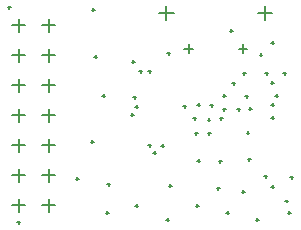
<source format=gbr>
%TF.GenerationSoftware,Altium Limited,Altium Designer,21.2.2 (38)*%
G04 Layer_Color=128*
%FSLAX45Y45*%
%MOMM*%
%TF.SameCoordinates,9B882A86-BDC0-4CB1-B03D-B9E00FC7DE04*%
%TF.FilePolarity,Positive*%
%TF.FileFunction,Drillmap*%
%TF.Part,Single*%
G01*
G75*
%TA.AperFunction,NonConductor*%
%ADD83C,0.12700*%
D83*
X2225000Y1860000D02*
X2345000D01*
X2285000Y1800000D02*
Y1920000D01*
X1390000Y1860000D02*
X1510000D01*
X1450000Y1800000D02*
Y1920000D01*
X2060000Y1560000D02*
X2135000D01*
X2097500Y1522500D02*
Y1597500D01*
X1600000Y1560000D02*
X1675000D01*
X1637500Y1522500D02*
Y1597500D01*
X145000Y1760000D02*
X255000D01*
X200000Y1705000D02*
Y1815000D01*
X145000Y1506000D02*
X255000D01*
X200000Y1451000D02*
Y1561000D01*
X145000Y1252000D02*
X255000D01*
X200000Y1197000D02*
Y1307000D01*
X145000Y998000D02*
X255000D01*
X200000Y943000D02*
Y1053000D01*
X145000Y744000D02*
X255000D01*
X200000Y689000D02*
Y799000D01*
X145000Y490000D02*
X255000D01*
X200000Y435000D02*
Y545000D01*
X145000Y236000D02*
X255000D01*
X200000Y181000D02*
Y291000D01*
X399000Y1760000D02*
X509000D01*
X454000Y1705000D02*
Y1815000D01*
X399000Y1506000D02*
X509000D01*
X454000Y1451000D02*
Y1561000D01*
X399000Y1252000D02*
X509000D01*
X454000Y1197000D02*
Y1307000D01*
X399000Y998000D02*
X509000D01*
X454000Y943000D02*
Y1053000D01*
X399000Y744000D02*
X509000D01*
X454000Y689000D02*
Y799000D01*
X399000Y490000D02*
X509000D01*
X454000Y435000D02*
Y545000D01*
X399000Y236000D02*
X509000D01*
X454000Y181000D02*
Y291000D01*
X2437500Y1350000D02*
X2462500D01*
X2450000Y1337500D02*
Y1362500D01*
X2497500Y470000D02*
X2522500D01*
X2510000Y457500D02*
Y482500D01*
X187500Y90000D02*
X212500D01*
X200000Y77500D02*
Y102500D01*
X2287500Y1350000D02*
X2312500D01*
X2300000Y1337500D02*
Y1362500D01*
X2337500Y1610000D02*
X2362500D01*
X2350000Y1597500D02*
Y1622500D01*
X2097500Y1350000D02*
X2122500D01*
X2110000Y1337500D02*
Y1362500D01*
X1987500Y1710000D02*
X2012500D01*
X2000000Y1697500D02*
Y1722500D01*
X2335000Y1270395D02*
X2360000D01*
X2347500Y1257895D02*
Y1282895D01*
X682500Y460000D02*
X707500D01*
X695000Y447500D02*
Y472500D01*
X107500Y1910000D02*
X132500D01*
X120000Y1897500D02*
Y1922500D01*
X1147500Y1000000D02*
X1172500D01*
X1160000Y987500D02*
Y1012500D01*
X1167500Y1150000D02*
X1192500D01*
X1180000Y1137500D02*
Y1162500D01*
X1187500Y1070000D02*
X1212500D01*
X1200000Y1057500D02*
Y1082500D01*
X1295898Y742403D02*
X1320897D01*
X1308397Y729904D02*
Y754903D01*
X1337500Y680000D02*
X1362500D01*
X1350000Y667500D02*
Y692500D01*
X1407500Y740000D02*
X1432500D01*
X1420000Y727500D02*
Y752500D01*
X907500Y1160000D02*
X932500D01*
X920000Y1147500D02*
Y1172500D01*
X947500Y410000D02*
X972500D01*
X960000Y397500D02*
Y422500D01*
X2005465Y1265132D02*
X2030465D01*
X2017965Y1252632D02*
Y1277632D01*
X807500Y772500D02*
X832500D01*
X820000Y760000D02*
Y785000D01*
X837500Y1490000D02*
X862500D01*
X850000Y1477500D02*
Y1502500D01*
X1677382Y972191D02*
X1702382D01*
X1689882Y959691D02*
Y984691D01*
X2115675Y1158501D02*
X2140674D01*
X2128175Y1146002D02*
Y1171001D01*
X1592554Y1074122D02*
X1617553D01*
X1605053Y1061622D02*
Y1086621D01*
X1712383Y1083207D02*
X1737382D01*
X1724883Y1070707D02*
Y1095707D01*
X1820916Y1081734D02*
X1845916D01*
X1833416Y1069234D02*
Y1094234D01*
X1925341Y1160842D02*
X1950341D01*
X1937841Y1148342D02*
Y1173342D01*
X1927977Y1046619D02*
X1952977D01*
X1940477Y1034120D02*
Y1059119D01*
X1899493Y971235D02*
X1924492D01*
X1911993Y958735D02*
Y983735D01*
X2047500Y1045000D02*
X2072500D01*
X2060000Y1032500D02*
Y1057500D01*
X2371767Y1160048D02*
X2396767D01*
X2384267Y1147548D02*
Y1172548D01*
X2335444Y1085459D02*
X2360443D01*
X2347943Y1072959D02*
Y1097959D01*
X2147496Y1049998D02*
X2172496D01*
X2159996Y1037498D02*
Y1062498D01*
X2337066Y976742D02*
X2362066D01*
X2349566Y964242D02*
Y989242D01*
X2087500Y350000D02*
X2112500D01*
X2100000Y337500D02*
Y362500D01*
X1712116Y610556D02*
X1737116D01*
X1724616Y598056D02*
Y623056D01*
X1892961Y606013D02*
X1917960D01*
X1905461Y593513D02*
Y618512D01*
X1447500Y110000D02*
X1472500D01*
X1460000Y97500D02*
Y122500D01*
X1187500Y230000D02*
X1212500D01*
X1200000Y217500D02*
Y242500D01*
X937500Y170000D02*
X962500D01*
X950000Y157500D02*
Y182500D01*
X1798565Y845001D02*
X1823565D01*
X1811065Y832501D02*
Y857500D01*
X1797500Y960000D02*
X1822500D01*
X1810000Y947500D02*
Y972500D01*
X1689660Y843906D02*
X1714660D01*
X1702160Y831406D02*
Y856405D01*
X2277500Y480000D02*
X2302500D01*
X2290000Y467500D02*
Y492500D01*
X2337500Y390000D02*
X2362500D01*
X2350000Y377500D02*
Y402500D01*
X2237500Y1510000D02*
X2262500D01*
X2250000Y1497500D02*
Y1522500D01*
X1217498Y1369997D02*
X1242497D01*
X1229998Y1357497D02*
Y1382497D01*
X1297500Y1370000D02*
X1322500D01*
X1310000Y1357500D02*
Y1382500D01*
X1157500Y1450000D02*
X1182500D01*
X1170000Y1437500D02*
Y1462500D01*
X2136435Y625000D02*
X2161434D01*
X2148934Y612500D02*
Y637500D01*
X1877500Y380000D02*
X1902500D01*
X1890000Y367500D02*
Y392500D01*
X1467500Y400000D02*
X1492500D01*
X1480000Y387500D02*
Y412500D01*
X2477500Y170000D02*
X2502500D01*
X2490000Y157500D02*
Y182500D01*
X1457500Y1520000D02*
X1482500D01*
X1470000Y1507500D02*
Y1532500D01*
X817500Y1890000D02*
X842500D01*
X830000Y1877500D02*
Y1902500D01*
X1957500Y170000D02*
X1982500D01*
X1970000Y157500D02*
Y182500D01*
X1697500Y230000D02*
X1722500D01*
X1710000Y217500D02*
Y242500D01*
X2207500Y110000D02*
X2232500D01*
X2220000Y97500D02*
Y122500D01*
X2457500Y270000D02*
X2482500D01*
X2470000Y257500D02*
Y282500D01*
X2127500Y850000D02*
X2152500D01*
X2140000Y837500D02*
Y862500D01*
%TF.MD5,b90ee1d0da14a328bac975f38c9c666d*%
M02*

</source>
